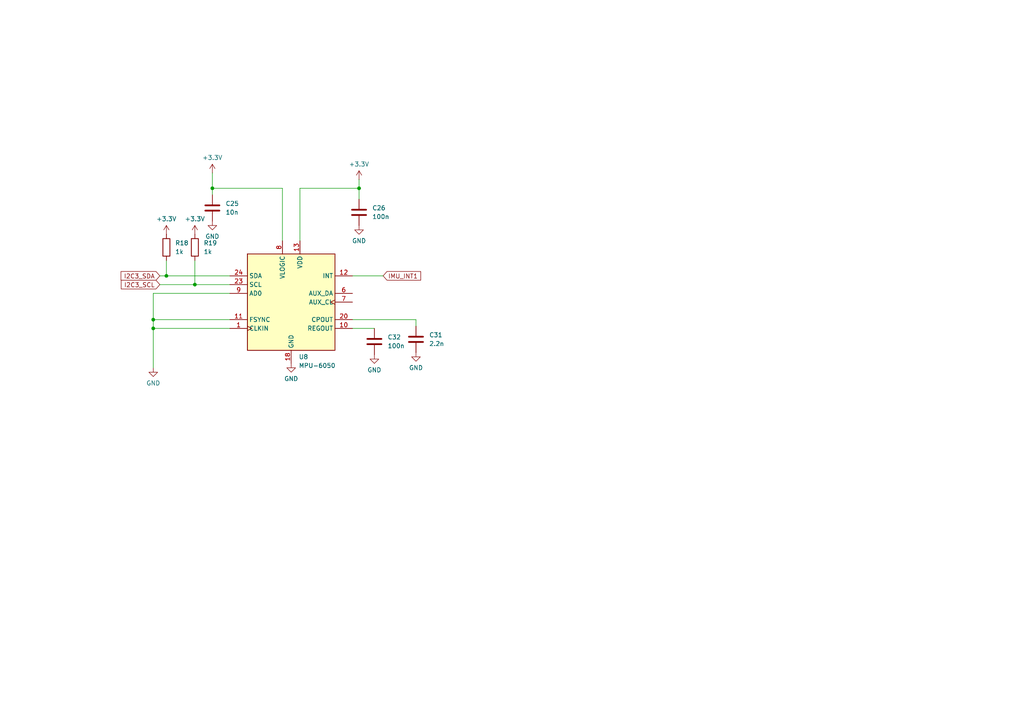
<source format=kicad_sch>
(kicad_sch (version 20231120) (generator "eeschema") (generator_version "8.0")
  (paper "A4")
  (lib_symbols
    (symbol "Device:C" (pin_numbers hide) (pin_names (offset 0.254))
      (property "Reference" "C" (at 0.635 2.54 0))
      (property "Value" "C" (at 0.635 -2.54 0))
      (symbol "C_0_1"
        (polyline (pts (xy -2.032 -0.762) (xy 2.032 -0.762)) (stroke (width 0.508)))
        (polyline (pts (xy -2.032 0.762) (xy 2.032 0.762)) (stroke (width 0.508)))
      )
      (symbol "C_1_1"
        (pin passive line (at 0 3.81 270) (length 2.794) (name "~") (number "1"))
        (pin passive line (at 0 -3.81 90) (length 2.794) (name "~") (number "2"))
      )
    )
    (symbol "Device:R" (pin_numbers hide) (pin_names (offset 0))
      (property "Reference" "R" (at 2.032 0 90))
      (property "Value" "R" (at 0 0 90))
      (symbol "R_0_1"
        (rectangle (start -1.016 -2.54) (end 1.016 2.54) (stroke (width 0.254)))
      )
      (symbol "R_1_1"
        (pin passive line (at 0 3.81 270) (length 1.27) (name "~") (number "1"))
        (pin passive line (at 0 -3.81 90) (length 1.27) (name "~") (number "2"))
      )
    )
    (symbol "Sensor_Motion:MPU-6050"
      (property "Reference" "U" (at -11.43 13.97 0))
      (property "Value" "MPU-6050" (at 7.62 -15.24 0))
      (symbol "MPU-6050_0_0"
        (text "" (at 12.7 -2.54 0) (effects (font (size 1.27 1.27))))
      )
      (symbol "MPU-6050_0_1"
        (rectangle (start -12.7 13.97) (end 12.7 -13.97) (stroke (width 0.254)) (fill (type background)))
      )
      (symbol "MPU-6050_1_1"
        (pin input clock (at -17.78 -7.62 0) (length 5.08) (name "CLKIN") (number "1"))
        (pin passive line (at 17.78 -7.62 180) (length 5.08) (name "REGOUT") (number "10"))
        (pin input line (at -17.78 -5.08 0) (length 5.08) (name "FSYNC") (number "11"))
        (pin output line (at 17.78 7.62 180) (length 5.08) (name "INT") (number "12"))
        (pin power_in line (at 2.54 17.78 270) (length 3.81) (name "VDD") (number "13"))
        (pin no_connect line (at -12.7 -10.16 0) (length 2.54) hide (name "NC") (number "14"))
        (pin no_connect line (at 12.7 12.7 180) (length 2.54) hide (name "NC") (number "15"))
        (pin no_connect line (at 12.7 10.16 180) (length 2.54) hide (name "NC") (number "16"))
        (pin no_connect line (at 12.7 5.08 180) (length 2.54) hide (name "NC") (number "17"))
        (pin power_in line (at 0 -17.78 90) (length 3.81) (name "GND") (number "18"))
        (pin no_connect line (at 12.7 -10.16 180) (length 2.54) hide (name "RESV") (number "19"))
        (pin no_connect line (at -12.7 12.7 0) (length 2.54) hide (name "NC") (number "2"))
        (pin passive line (at 17.78 -5.08 180) (length 5.08) (name "CPOUT") (number "20"))
        (pin no_connect line (at 12.7 -2.54 180) (length 2.54) hide (name "RESV") (number "21"))
        (pin no_connect line (at 12.7 -12.7 180) (length 2.54) hide (name "RESV") (number "22"))
        (pin input line (at -17.78 5.08 0) (length 5.08) (name "SCL") (number "23"))
        (pin bidirectional line (at -17.78 7.62 0) (length 5.08) (name "SDA") (number "24"))
        (pin no_connect line (at -12.7 10.16 0) (length 2.54) hide (name "NC") (number "3"))
        (pin no_connect line (at -12.7 0 0) (length 2.54) hide (name "NC") (number "4"))
        (pin no_connect line (at -12.7 -2.54 0) (length 2.54) hide (name "NC") (number "5"))
        (pin bidirectional line (at 17.78 2.54 180) (length 5.08) (name "AUX_DA") (number "6"))
        (pin output clock (at 17.78 0 180) (length 5.08) (name "AUX_CL") (number "7"))
        (pin power_in line (at -2.54 17.78 270) (length 3.81) (name "VLOGIC") (number "8"))
        (pin input line (at -17.78 2.54 0) (length 5.08) (name "AD0") (number "9"))
      )
    )
    (symbol "power:+3.3V" (power) (pin_numbers hide) (pin_names (offset 0) hide)
      (property "Value" "+3.3V" (at 0 3.556 0))
      (symbol "+3.3V_0_1"
        (polyline (pts (xy -0.762 1.27) (xy 0 2.54)))
        (polyline (pts (xy 0 0) (xy 0 2.54)))
        (polyline (pts (xy 0 2.54) (xy 0.762 1.27)))
      )
      (symbol "+3.3V_1_1"
        (pin power_in line (at 0 0 90) (length 0) (name "~") (number "1"))
      )
    )
    (symbol "power:GND" (power) (pin_names (offset 0))
      (property "Value" "GND" (at 0 -3.81 0))
      (symbol "GND_0_1"
        (polyline (pts (xy 0 0) (xy 0 -1.27) (xy 1.27 -1.27) (xy 0 -2.54) (xy -1.27 -1.27) (xy 0 -1.27)))
      )
      (symbol "GND_1_1"
        (pin power_in line (at 0 0 270) (length 0) hide (name "GND") (number "1"))
      )
    )
  )
  (junction (at 104.14 54.61))
  (junction (at 48.26 80.01))
  (junction (at 44.45 95.25))
  (junction (at 61.595 54.61))
  (junction (at 56.515 82.55))
  (junction (at 44.45 92.71))
  (wire (pts (xy 46.355 82.55) (xy 56.515 82.55)))
  (wire (pts (xy 61.595 54.61) (xy 61.595 56.515)))
  (wire (pts (xy 86.995 69.85) (xy 86.995 54.61)))
  (wire (pts (xy 120.65 92.71) (xy 120.65 94.615)))
  (wire (pts (xy 102.235 80.01) (xy 111.125 80.01)))
  (wire (pts (xy 48.26 80.01) (xy 66.675 80.01)))
  (wire (pts (xy 44.45 92.71) (xy 44.45 95.25)))
  (wire (pts (xy 46.355 80.01) (xy 48.26 80.01)))
  (wire (pts (xy 104.14 54.61) (xy 104.14 57.785)))
  (wire (pts (xy 48.26 75.565) (xy 48.26 80.01)))
  (wire (pts (xy 44.45 95.25) (xy 44.45 106.68)))
  (wire (pts (xy 81.915 54.61) (xy 61.595 54.61)))
  (wire (pts (xy 44.45 95.25) (xy 66.675 95.25)))
  (wire (pts (xy 104.14 52.07) (xy 104.14 54.61)))
  (wire (pts (xy 44.45 92.71) (xy 66.675 92.71)))
  (wire (pts (xy 102.235 95.25) (xy 108.585 95.25)))
  (wire (pts (xy 102.235 92.71) (xy 120.65 92.71)))
  (wire (pts (xy 66.675 85.09) (xy 44.45 85.09)))
  (wire (pts (xy 81.915 69.85) (xy 81.915 54.61)))
  (wire (pts (xy 86.995 54.61) (xy 104.14 54.61)))
  (wire (pts (xy 44.45 85.09) (xy 44.45 92.71)))
  (wire (pts (xy 56.515 82.55) (xy 66.675 82.55)))
  (wire (pts (xy 61.595 50.165) (xy 61.595 54.61)))
  (wire (pts (xy 56.515 75.565) (xy 56.515 82.55)))
  (global_label "IMU_INT1" (shape input) (at 111.125 80.01 0) (property "Intersheetrefs" "${INTERSHEET_REFS}" (effects (hide yes))))
  (global_label "I2C3_SDA" (shape input) (at 46.355 80.01 180) (property "Intersheetrefs" "${INTERSHEET_REFS}" (effects (hide yes))))
  (global_label "I2C3_SCL" (shape input) (at 46.355 82.55 180) (property "Intersheetrefs" "${INTERSHEET_REFS}" (effects (hide yes))))
  (symbol (lib_id "power:GND") (at 84.455 105.41 0) (unit 1)
    (property "Reference" "#PWR097" (effects (hide yes)))
    (property "Value" "GND" (at 84.455 109.855 0))
    (property "Description" "Power symbol creates a global label with name \"GND\" , ground" (effects (hide yes)))
  )
  (symbol (lib_id "power:GND") (at 120.65 102.235 0) (unit 1)
    (property "Reference" "#PWR081" (effects (hide yes)))
    (property "Value" "GND" (at 120.65 106.68 0))
    (property "Description" "Power symbol creates a global label with name \"GND\" , ground" (effects (hide yes)))
  )
  (symbol (lib_id "Device:C") (at 120.65 98.425 180) (unit 1)
    (property "Reference" "C31" (at 124.46 97.1549 0) (effects (justify right)))
    (property "Value" "2.2n" (at 124.46 99.6949 0) (effects (justify right)))
    (property "Footprint" "Capacitor_SMD:C_0603_1608Metric_Pad1.08x0.95mm_HandSolder" (effects (hide yes)))
    (property "Description" "Unpolarized capacitor" (effects (hide yes)))
  )
  (symbol (lib_id "Device:C") (at 61.595 60.325 180) (unit 1)
    (property "Reference" "C25" (at 65.405 59.0549 0) (effects (justify right)))
    (property "Value" "10n" (at 65.405 61.5949 0) (effects (justify right)))
    (property "Footprint" "Capacitor_SMD:C_0603_1608Metric_Pad1.08x0.95mm_HandSolder" (effects (hide yes)))
    (property "Description" "Unpolarized capacitor" (effects (hide yes)))
  )
  (symbol (lib_id "power:GND") (at 61.595 64.135 0) (unit 1)
    (property "Reference" "#PWR082" (effects (hide yes)))
    (property "Value" "GND" (at 61.595 68.58 0))
    (property "Description" "Power symbol creates a global label with name \"GND\" , ground" (effects (hide yes)))
  )
  (symbol (lib_id "power:+3.3V") (at 104.14 52.07 0) (unit 1)
    (property "Reference" "#PWR084" (effects (hide yes)))
    (property "Value" "+3.3V" (at 104.14 47.625 0))
    (property "Description" "Power symbol creates a global label with name \"+3.3V\"" (effects (hide yes)))
  )
  (symbol (lib_id "power:GND") (at 44.45 106.68 0) (unit 1)
    (property "Reference" "#PWR099" (effects (hide yes)))
    (property "Value" "GND" (at 44.45 111.125 0))
    (property "Description" "Power symbol creates a global label with name \"GND\" , ground" (effects (hide yes)))
  )
  (symbol (lib_id "power:+3.3V") (at 61.595 50.165 0) (unit 1)
    (property "Reference" "#PWR085" (effects (hide yes)))
    (property "Value" "+3.3V" (at 61.595 45.72 0))
    (property "Description" "Power symbol creates a global label with name \"+3.3V\"" (effects (hide yes)))
  )
  (symbol (lib_id "Device:C") (at 108.585 99.06 180) (unit 1)
    (property "Reference" "C32" (at 112.395 97.7899 0) (effects (justify right)))
    (property "Value" "100n" (at 112.395 100.3299 0) (effects (justify right)))
    (property "Footprint" "Capacitor_SMD:C_0603_1608Metric_Pad1.08x0.95mm_HandSolder" (effects (hide yes)))
    (property "Description" "Unpolarized capacitor" (effects (hide yes)))
  )
  (symbol (lib_id "power:+3.3V") (at 48.26 67.945 0) (unit 1)
    (property "Reference" "#PWR0100" (effects (hide yes)))
    (property "Value" "+3.3V" (at 48.26 63.5 0))
    (property "Description" "Power symbol creates a global label with name \"+3.3V\"" (effects (hide yes)))
  )
  (symbol (lib_id "power:+3.3V") (at 56.515 67.945 0) (unit 1)
    (property "Reference" "#PWR0101" (effects (hide yes)))
    (property "Value" "+3.3V" (at 56.515 63.5 0))
    (property "Description" "Power symbol creates a global label with name \"+3.3V\"" (effects (hide yes)))
  )
  (symbol (lib_id "Sensor_Motion:MPU-6050") (at 84.455 87.63 0) (unit 1)
    (property "Reference" "U8" (at 86.6491 103.505 0) (effects (justify left)))
    (property "Value" "MPU-6050" (at 86.6491 106.045 0) (effects (justify left)))
    (property "Footprint" "Sensor_Motion:InvenSense_QFN-24_4x4mm_P0.5mm_NoMask" (effects (hide yes)))
    (property "Datasheet" "https://invensense.tdk.com/wp-content/uploads/2015/02/MPU-6000-Datasheet1.pdf" (effects (hide yes)))
    (property "Description" "InvenSense 6-Axis Motion Sensor, Gyroscope, Accelerometer, I2C" (effects (hide yes)))
  )
  (symbol (lib_id "Device:C") (at 104.14 61.595 180) (unit 1)
    (property "Reference" "C26" (at 107.95 60.3249 0) (effects (justify right)))
    (property "Value" "100n" (at 107.95 62.8649 0) (effects (justify right)))
    (property "Footprint" "Capacitor_SMD:C_0603_1608Metric_Pad1.08x0.95mm_HandSolder" (effects (hide yes)))
    (property "Description" "Unpolarized capacitor" (effects (hide yes)))
  )
  (symbol (lib_id "Device:R") (at 56.515 71.755 0) (unit 1)
    (property "Reference" "R19" (at 59.055 70.4849 0) (effects (justify left)))
    (property "Value" "1k" (at 59.055 73.0249 0) (effects (justify left)))
    (property "Footprint" "Resistor_SMD:R_0603_1608Metric_Pad0.98x0.95mm_HandSolder" (effects (hide yes)))
    (property "Description" "Resistor" (effects (hide yes)))
  )
  (symbol (lib_id "Device:R") (at 48.26 71.755 0) (unit 1)
    (property "Reference" "R18" (at 50.8 70.4849 0) (effects (justify left)))
    (property "Value" "1k" (at 50.8 73.0249 0) (effects (justify left)))
    (property "Footprint" "Resistor_SMD:R_0603_1608Metric_Pad0.98x0.95mm_HandSolder" (effects (hide yes)))
    (property "Description" "Resistor" (effects (hide yes)))
  )
  (symbol (lib_id "power:GND") (at 104.14 65.405 0) (unit 1)
    (property "Reference" "#PWR083" (effects (hide yes)))
    (property "Value" "GND" (at 104.14 69.85 0))
    (property "Description" "Power symbol creates a global label with name \"GND\" , ground" (effects (hide yes)))
  )
  (symbol (lib_id "power:GND") (at 108.585 102.87 0) (unit 1)
    (property "Reference" "#PWR096" (effects (hide yes)))
    (property "Value" "GND" (at 108.585 107.315 0))
    (property "Description" "Power symbol creates a global label with name \"GND\" , ground" (effects (hide yes)))
  )
)
</source>
